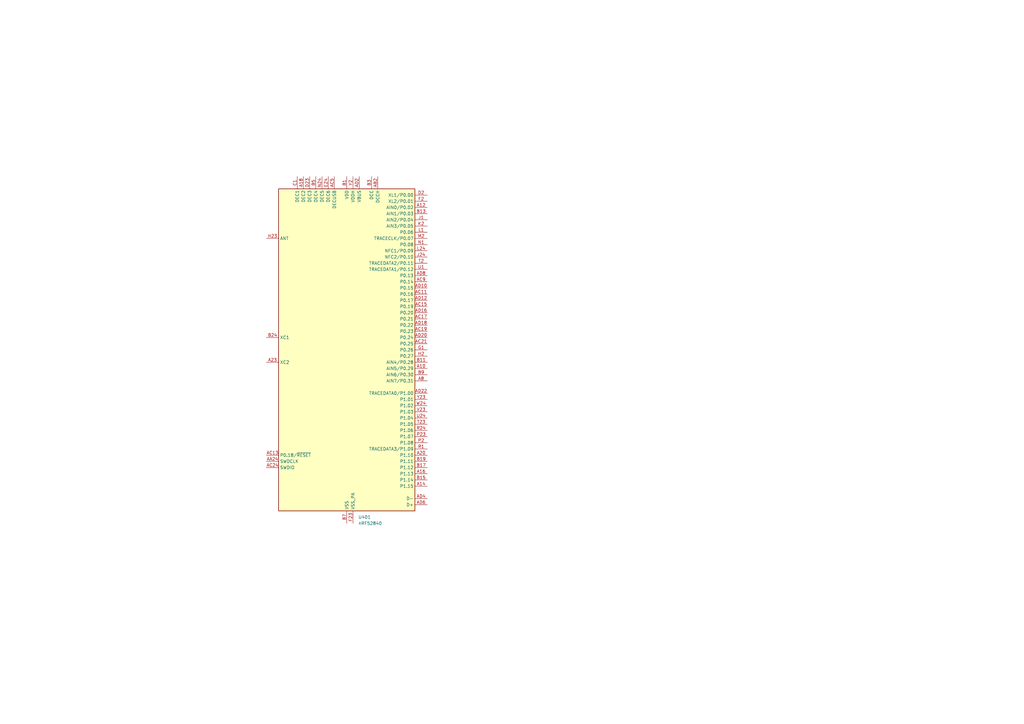
<source format=kicad_sch>
(kicad_sch (version 20250114) (generator "eeschema") (generator_version "9.0")
  (paper "A3")
  (lib_symbols
    (symbol "MCU_Nordic:nRF52840"
      (property "Reference" "U" (at 0 5.08 0))
      (property "Value" "nRF52840" (at 0 2.54 0))
      (symbol "nRF52840_0_1"
        (rectangle (start -27.94 66.04) (end 27.94 -66.04) (stroke (width 0.254)) (fill (type background)))
      )
      (symbol "nRF52840_1_1"
        (pin passive line (at -33.02 45.72 0) (length 5.08) (name "ANT") (number "H23"))
        (pin input line (at -33.02 5.08 0) (length 5.08) (name "XC1") (number "B24"))
        (pin input line (at -33.02 -5.08 0) (length 5.08) (name "XC2") (number "A23"))
        (pin bidirectional line (at -33.02 -43.18 0) (length 5.08) (name "P0.18/~{RESET}") (number "AC13"))
        (pin input line (at -33.02 -45.72 0) (length 5.08) (name "SWDCLK") (number "AA24"))
        (pin bidirectional line (at -33.02 -48.26 0) (length 5.08) (name "SWDIO") (number "AC24"))
        (pin passive line (at -20.32 71.12 270) (length 5.08) (name "DEC1") (number "C1"))
        (pin passive line (at -17.78 71.12 270) (length 5.08) (name "DEC2") (number "A18"))
        (pin passive line (at -15.24 71.12 270) (length 5.08) (name "DEC3") (number "D23"))
        (pin passive line (at -12.7 71.12 270) (length 5.08) (name "DEC4") (number "B5"))
        (pin passive line (at -10.16 71.12 270) (length 5.08) (name "DEC5") (number "N24"))
        (pin passive line (at -7.62 71.12 270) (length 5.08) (name "DEC6") (number "E24"))
        (pin passive line (at -5.08 71.12 270) (length 5.08) (name "DECUSB") (number "AC5"))
        (pin passive line (at 0 71.12 270) (length 5.08) (hide yes) (name "VDD") (number "A22"))
        (pin passive line (at 0 71.12 270) (length 5.08) (hide yes) (name "VDD") (number "AD14"))
        (pin passive line (at 0 71.12 270) (length 5.08) (hide yes) (name "VDD") (number "AD23"))
        (pin power_in line (at 0 71.12 270) (length 5.08) (name "VDD") (number "B1"))
        (pin passive line (at 0 71.12 270) (length 5.08) (hide yes) (name "VDD") (number "W1"))
        (pin power_in line (at 0 -71.12 90) (length 5.08) (name "VSS") (number "B7"))
        (pin passive line (at 0 -71.12 90) (length 5.08) (hide yes) (name "VSS") (number "EP"))
        (pin power_in line (at 2.54 71.12 270) (length 5.08) (name "VDDH") (number "Y2"))
        (pin power_in line (at 2.54 -71.12 90) (length 5.08) (name "VSS_PA") (number "F23"))
        (pin power_in line (at 5.08 71.12 270) (length 5.08) (name "VBUS") (number "AD2"))
        (pin power_out line (at 10.16 71.12 270) (length 5.08) (name "DCC") (number "B3"))
        (pin power_out line (at 12.7 71.12 270) (length 5.08) (name "DCCH") (number "AB2"))
        (pin bidirectional line (at 33.02 63.5 180) (length 5.08) (name "XL1/P0.00") (number "D2"))
        (pin bidirectional line (at 33.02 60.96 180) (length 5.08) (name "XL2/P0.01") (number "F2"))
        (pin bidirectional line (at 33.02 58.42 180) (length 5.08) (name "AIN0/P0.02") (number "A12"))
        (pin bidirectional line (at 33.02 55.88 180) (length 5.08) (name "AIN1/P0.03") (number "B13"))
        (pin bidirectional line (at 33.02 53.34 180) (length 5.08) (name "AIN2/P0.04") (number "J1"))
        (pin bidirectional line (at 33.02 50.8 180) (length 5.08) (name "AIN3/P0.05") (number "K2"))
        (pin bidirectional line (at 33.02 48.26 180) (length 5.08) (name "P0.06") (number "L1"))
        (pin bidirectional line (at 33.02 45.72 180) (length 5.08) (name "TRACECLK/P0.07") (number "M2"))
        (pin bidirectional line (at 33.02 43.18 180) (length 5.08) (name "P0.08") (number "N1"))
        (pin bidirectional line (at 33.02 40.64 180) (length 5.08) (name "NFC1/P0.09") (number "L24"))
        (pin bidirectional line (at 33.02 38.1 180) (length 5.08) (name "NFC2/P0.10") (number "J24"))
        (pin bidirectional line (at 33.02 35.56 180) (length 5.08) (name "TRACEDATA2/P0.11") (number "T2"))
        (pin bidirectional line (at 33.02 33.02 180) (length 5.08) (name "TRACEDATA1/P0.12") (number "U1"))
        (pin bidirectional line (at 33.02 30.48 180) (length 5.08) (name "P0.13") (number "AD8"))
        (pin bidirectional line (at 33.02 27.94 180) (length 5.08) (name "P0.14") (number "AC9"))
        (pin bidirectional line (at 33.02 25.4 180) (length 5.08) (name "P0.15") (number "AD10"))
        (pin bidirectional line (at 33.02 22.86 180) (length 5.08) (name "P0.16") (number "AC11"))
        (pin bidirectional line (at 33.02 20.32 180) (length 5.08) (name "P0.17") (number "AD12"))
        (pin bidirectional line (at 33.02 17.78 180) (length 5.08) (name "P0.19") (number "AC15"))
        (pin bidirectional line (at 33.02 15.24 180) (length 5.08) (name "P0.20") (number "AD16"))
        (pin bidirectional line (at 33.02 12.7 180) (length 5.08) (name "P0.21") (number "AC17"))
        (pin bidirectional line (at 33.02 10.16 180) (length 5.08) (name "P0.22") (number "AD18"))
        (pin bidirectional line (at 33.02 7.62 180) (length 5.08) (name "P0.23") (number "AC19"))
        (pin bidirectional line (at 33.02 5.08 180) (length 5.08) (name "P0.24") (number "AD20"))
        (pin bidirectional line (at 33.02 2.54 180) (length 5.08) (name "P0.25") (number "AC21"))
        (pin bidirectional line (at 33.02 0 180) (length 5.08) (name "P0.26") (number "G1"))
        (pin bidirectional line (at 33.02 -2.54 180) (length 5.08) (name "P0.27") (number "H2"))
        (pin bidirectional line (at 33.02 -5.08 180) (length 5.08) (name "AIN4/P0.28") (number "B11"))
        (pin bidirectional line (at 33.02 -7.62 180) (length 5.08) (name "AIN5/P0.29") (number "A10"))
        (pin bidirectional line (at 33.02 -10.16 180) (length 5.08) (name "AIN6/P0.30") (number "B9"))
        (pin bidirectional line (at 33.02 -12.7 180) (length 5.08) (name "AIN7/P0.31") (number "A8"))
        (pin bidirectional line (at 33.02 -17.78 180) (length 5.08) (name "TRACEDATA0/P1.00") (number "AD22"))
        (pin bidirectional line (at 33.02 -20.32 180) (length 5.08) (name "P1.01") (number "Y23"))
        (pin bidirectional line (at 33.02 -22.86 180) (length 5.08) (name "P1.02") (number "W24"))
        (pin bidirectional line (at 33.02 -25.4 180) (length 5.08) (name "P1.03") (number "V23"))
        (pin bidirectional line (at 33.02 -27.94 180) (length 5.08) (name "P1.04") (number "U24"))
        (pin bidirectional line (at 33.02 -30.48 180) (length 5.08) (name "P1.05") (number "T23"))
        (pin bidirectional line (at 33.02 -33.02 180) (length 5.08) (name "P1.06") (number "R24"))
        (pin bidirectional line (at 33.02 -35.56 180) (length 5.08) (name "P1.07") (number "P23"))
        (pin bidirectional line (at 33.02 -38.1 180) (length 5.08) (name "P1.08") (number "P2"))
        (pin bidirectional line (at 33.02 -40.64 180) (length 5.08) (name "TRACEDATA3/P1.09") (number "R1"))
        (pin bidirectional line (at 33.02 -43.18 180) (length 5.08) (name "P1.10") (number "A20"))
        (pin bidirectional line (at 33.02 -45.72 180) (length 5.08) (name "P1.11") (number "B19"))
        (pin bidirectional line (at 33.02 -48.26 180) (length 5.08) (name "P1.12") (number "B17"))
        (pin bidirectional line (at 33.02 -50.8 180) (length 5.08) (name "P1.13") (number "A16"))
        (pin bidirectional line (at 33.02 -53.34 180) (length 5.08) (name "P1.14") (number "B15"))
        (pin bidirectional line (at 33.02 -55.88 180) (length 5.08) (name "P1.15") (number "A14"))
        (pin bidirectional line (at 33.02 -60.96 180) (length 5.08) (name "D-") (number "AD4"))
        (pin bidirectional line (at 33.02 -63.5 180) (length 5.08) (name "D+") (number "AD6"))
      )
    )
  )
  (symbol (lib_id "MCU_Nordic:nRF52840") (at 142.24 143.51 0) (unit 1)
    (property "Reference" "U401" (at 146.9233 212.09 0) (effects (justify left)))
    (property "Value" "nRF52840" (at 146.9233 214.63 0) (effects (justify left)))
    (property "Footprint" "Package_DFN_QFN:Nordic_AQFN-73-1EP_7x7mm_P0.5mm" (effects (hide yes)))
    (property "Datasheet" "http://infocenter.nordicsemi.com/topic/com.nordic.infocenter.nrf52/dita/nrf52/chips/nrf52840.html" (effects (hide yes)))
    (property "Description" "Multiprotocol BLE/ANT/2.4 GHz/802.15.4 Cortex-M4F SoC, AQFN-73" (effects (hide yes)))
  )
)
</source>
